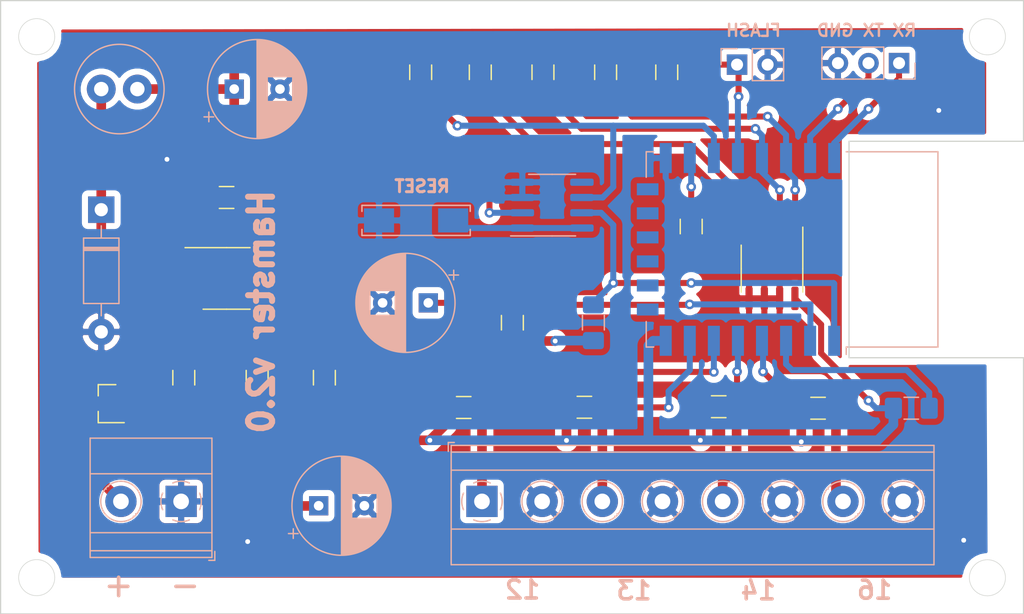
<source format=kicad_pcb>
(kicad_pcb (version 20171130) (host pcbnew 5.1.6)
  (layers (0 F.Cu signal) (31 B.Cu signal) (34 B.Paste user) (35 F.Paste user) (36 B.SilkS user) (37 F.SilkS user) (38 B.Mask user) (39 F.Mask user) (44 Edge.Cuts user))
  (net 0 "")
  (net 1 GND)
  (net 2 "Net-(C1-Pad1)")
  (net 3 "Net-(C2-Pad1)")
  (net 4 +3V3)
  (net 5 "Net-(D1-Pad1)")
  (net 6 "Net-(J1-Pad2)")
  (net 7 "Net-(J2-Pad2)")
  (net 8 "Net-(J2-Pad1)")
  (net 9 "Net-(J3-Pad1)")
  (net 10 "Net-(R1-Pad2)")
  (net 11 "Net-(R2-Pad1)")
  (net 12 "Net-(R4-Pad2)")
  (net 13 "Net-(R5-Pad2)")
  (net 14 "Net-(R7-Pad2)")
  (net 15 "Net-(R8-Pad1)")
  (net 16 "Net-(R9-Pad2)")
  (net 17 "Net-(R10-Pad1)")
  (net 18 "Net-(R11-Pad2)")
  (net 19 "Net-(R12-Pad1)")
  (net 20 "Net-(R13-Pad2)")
  (net 21 "Net-(SW1-Pad2)")
  (net 22 "Net-(U1-Pad5)")
  (net 23 "Net-(U3-Pad14)")
  (net 24 "Net-(U3-Pad13)")
  (net 25 "Net-(U3-Pad12)")
  (net 26 "Net-(U3-Pad11)")
  (net 27 "Net-(U3-Pad10)")
  (net 28 "Net-(U3-Pad9)")
  (net 29 "Net-(J3-Pad3)")
  (net 30 "Net-(J3-Pad5)")
  (net 31 "Net-(J3-Pad7)")
  (module Package_SO:SOIC-8_3.9x4.9mm_P1.27mm (layer F.Cu) (at 174.1 77.29 270)
    (fp_text reference U4)
    (fp_text value LM75B)
    (pad 8 smd roundrect (at 2.475 -1.905 270) (size 1.95 0.6) (layers F.Cu F.Paste F.Mask) (net 4 +3V3))
    (pad 7 smd roundrect (at 2.475 -0.635 270) (size 1.95 0.6) (layers F.Cu F.Paste F.Mask) (net 1 GND))
    (pad 6 smd roundrect (at 2.475 0.635 270) (size 1.95 0.6) (layers F.Cu F.Paste F.Mask) (net 1 GND))
    (pad 5 smd roundrect (at 2.475 1.905 270) (size 1.95 0.6) (layers F.Cu F.Paste F.Mask) (net 1 GND))
    (pad 4 smd roundrect (at -2.475 1.905 270) (size 1.95 0.6) (layers F.Cu F.Paste F.Mask) (net 1 GND))
    (pad 3 smd roundrect (at -2.475 0.635 270) (size 1.95 0.6) (layers F.Cu F.Paste F.Mask) (net 17 "Net-(R10-Pad1)"))
    (pad 2 smd roundrect (at -2.475 -0.635 270) (size 1.95 0.6) (layers F.Cu F.Paste F.Mask) (net 16 "Net-(R9-Pad2)"))
    (pad 1 smd roundrect (at -2.475 -1.905 270) (size 1.95 0.6) (layers F.Cu F.Paste F.Mask) (net 15 "Net-(R8-Pad1)"))
  )
  (module RF_Module:ESP-12E (layer B.Cu) (at 175.768 75.692 90)
    (fp_text reference U3)
    (fp_text value ESP-12F)
    (pad 22 smd rect (at 7.6 3.5 90) (size 2.5 1) (layers B.Cu B.Paste B.Mask) (net 8 "Net-(J2-Pad1)"))
    (pad 21 smd rect (at 7.6 1.5 90) (size 2.5 1) (layers B.Cu B.Paste B.Mask) (net 7 "Net-(J2-Pad2)"))
    (pad 20 smd rect (at 7.6 -0.5 90) (size 2.5 1) (layers B.Cu B.Paste B.Mask) (net 15 "Net-(R8-Pad1)"))
    (pad 19 smd rect (at 7.6 -2.5 90) (size 2.5 1) (layers B.Cu B.Paste B.Mask) (net 16 "Net-(R9-Pad2)"))
    (pad 18 smd rect (at 7.6 -4.5 90) (size 2.5 1) (layers B.Cu B.Paste B.Mask) (net 20 "Net-(R13-Pad2)"))
    (pad 17 smd rect (at 7.6 -6.5 90) (size 2.5 1) (layers B.Cu B.Paste B.Mask) (net 18 "Net-(R11-Pad2)"))
    (pad 16 smd rect (at 7.6 -8.5 90) (size 2.5 1) (layers B.Cu B.Paste B.Mask) (net 19 "Net-(R12-Pad1)"))
    (pad 15 smd rect (at 7.6 -10.5 90) (size 2.5 1) (layers B.Cu B.Paste B.Mask) (net 1 GND))
    (pad 14 smd rect (at 5 -12 90) (size 1 1.8) (layers B.Cu B.Paste B.Mask) (net 23 "Net-(U3-Pad14)"))
    (pad 13 smd rect (at 3 -12 90) (size 1 1.8) (layers B.Cu B.Paste B.Mask) (net 24 "Net-(U3-Pad13)"))
    (pad 12 smd rect (at 1 -12 90) (size 1 1.8) (layers B.Cu B.Paste B.Mask) (net 25 "Net-(U3-Pad12)"))
    (pad 11 smd rect (at -1 -12 90) (size 1 1.8) (layers B.Cu B.Paste B.Mask) (net 26 "Net-(U3-Pad11)"))
    (pad 10 smd rect (at -3 -12 90) (size 1 1.8) (layers B.Cu B.Paste B.Mask) (net 27 "Net-(U3-Pad10)"))
    (pad 9 smd rect (at -5 -12 90) (size 1 1.8) (layers B.Cu B.Paste B.Mask) (net 28 "Net-(U3-Pad9)"))
    (pad 8 smd rect (at -7.6 -10.5 90) (size 2.5 1) (layers B.Cu B.Paste B.Mask) (net 4 +3V3))
    (pad 7 smd rect (at -7.6 -8.5 90) (size 2.5 1) (layers B.Cu B.Paste B.Mask) (net 29 "Net-(J3-Pad3)"))
    (pad 6 smd rect (at -7.6 -6.5 90) (size 2.5 1) (layers B.Cu B.Paste B.Mask) (net 9 "Net-(J3-Pad1)"))
    (pad 5 smd rect (at -7.6 -4.5 90) (size 2.5 1) (layers B.Cu B.Paste B.Mask) (net 30 "Net-(J3-Pad5)"))
    (pad 4 smd rect (at -7.6 -2.5 90) (size 2.5 1) (layers B.Cu B.Paste B.Mask) (net 31 "Net-(J3-Pad7)"))
    (pad 3 smd rect (at -7.6 -0.5 90) (size 2.5 1) (layers B.Cu B.Paste B.Mask) (net 14 "Net-(R7-Pad2)"))
    (pad 2 smd rect (at -7.6 1.5 90) (size 2.5 1) (layers B.Cu B.Paste B.Mask) (net 13 "Net-(R5-Pad2)"))
    (pad 1 smd rect (at -7.6 3.5 90) (size 2.5 1) (layers B.Cu B.Paste B.Mask) (net 12 "Net-(R4-Pad2)"))
  )
  (module Package_SO:SOIC-8_3.9x4.9mm_P1.27mm (layer F.Cu) (at 128.778 78.105)
    (fp_text reference U2)
    (fp_text value MC34063AD)
    (pad 8 smd roundrect (at 2.475 -1.905) (size 1.95 0.6) (layers F.Cu F.Paste F.Mask) (net 10 "Net-(R1-Pad2)"))
    (pad 7 smd roundrect (at 2.475 -0.635) (size 1.95 0.6) (layers F.Cu F.Paste F.Mask) (net 10 "Net-(R1-Pad2)"))
    (pad 6 smd roundrect (at 2.475 0.635) (size 1.95 0.6) (layers F.Cu F.Paste F.Mask) (net 2 "Net-(C1-Pad1)"))
    (pad 5 smd roundrect (at 2.475 1.905) (size 1.95 0.6) (layers F.Cu F.Paste F.Mask) (net 11 "Net-(R2-Pad1)"))
    (pad 4 smd roundrect (at -2.475 1.905) (size 1.95 0.6) (layers F.Cu F.Paste F.Mask) (net 1 GND))
    (pad 3 smd roundrect (at -2.475 0.635) (size 1.95 0.6) (layers F.Cu F.Paste F.Mask) (net 3 "Net-(C2-Pad1)"))
    (pad 2 smd roundrect (at -2.475 -0.635) (size 1.95 0.6) (layers F.Cu F.Paste F.Mask) (net 5 "Net-(D1-Pad1)"))
    (pad 1 smd roundrect (at -2.475 -1.905) (size 1.95 0.6) (layers F.Cu F.Paste F.Mask) (net 10 "Net-(R1-Pad2)"))
  )
  (module Package_SO:SOIC-8_3.9x4.9mm_P1.27mm (layer B.Cu) (at 155.829 72.009)
    (fp_text reference U1)
    (fp_text value ADM706P)
    (pad 8 smd roundrect (at 2.475 1.905) (size 1.95 0.6) (layers B.Cu B.Paste B.Mask) (net 21 "Net-(SW1-Pad2)"))
    (pad 7 smd roundrect (at 2.475 0.635) (size 1.95 0.6) (layers B.Cu B.Paste B.Mask) (net 12 "Net-(R4-Pad2)"))
    (pad 6 smd roundrect (at 2.475 -0.635) (size 1.95 0.6) (layers B.Cu B.Paste B.Mask) (net 18 "Net-(R11-Pad2)"))
    (pad 5 smd roundrect (at 2.475 -1.905) (size 1.95 0.6) (layers B.Cu B.Paste B.Mask) (net 22 "Net-(U1-Pad5)"))
    (pad 4 smd roundrect (at -2.475 -1.905) (size 1.95 0.6) (layers B.Cu B.Paste B.Mask) (net 1 GND))
    (pad 3 smd roundrect (at -2.475 -0.635) (size 1.95 0.6) (layers B.Cu B.Paste B.Mask) (net 1 GND))
    (pad 2 smd roundrect (at -2.475 0.635) (size 1.95 0.6) (layers B.Cu B.Paste B.Mask) (net 4 +3V3))
    (pad 1 smd roundrect (at -2.475 1.905) (size 1.95 0.6) (layers B.Cu B.Paste B.Mask) (net 21 "Net-(SW1-Pad2)"))
  )
  (module Connector_PinHeader_2.54mm:PinHeader_1x02_P2.54mm_Vertical (layer B.Cu) (at 171.196 60.325 270)
    (fp_text reference SW2)
    (fp_text value Flash)
    (pad 2 thru_hole oval (at 0 -2.54 270) (size 1.7 1.7) (drill 1) (layers *.Cu *.Mask) (net 1 GND))
    (pad 1 thru_hole rect (at 0 0 270) (size 1.7 1.7) (drill 1) (layers *.Cu *.Mask) (net 20 "Net-(R13-Pad2)"))
  )
  (module Button_Switch_SMD:SW_SPST_REED_CT05-XXXX-J1 (layer B.Cu) (at 144.526 73.279)
    (fp_text reference SW1)
    (fp_text value Reset)
    (pad 1 smd rect (at -3.08 0) (size 2.5 2) (layers B.Cu B.Paste B.Mask) (net 1 GND))
    (pad 2 smd rect (at 3.08 0) (size 2.5 2) (layers B.Cu B.Paste B.Mask) (net 21 "Net-(SW1-Pad2)"))
  )
  (module Resistor_SMD:R_1206_3216Metric_Pad1.42x1.75mm_HandSolder (layer F.Cu) (at 148.4825 88.84)
    (fp_text reference R17)
    (fp_text value 100k)
    (pad 2 smd roundrect (at 1.4875 0) (size 1.425 1.75) (layers F.Cu F.Paste F.Mask) (roundrect_rratio 0.175439) (net 9 "Net-(J3-Pad1)"))
    (pad 1 smd roundrect (at -1.4875 0) (size 1.425 1.75) (layers F.Cu F.Paste F.Mask) (roundrect_rratio 0.175439) (net 4 +3V3))
  )
  (module Resistor_SMD:R_1206_3216Metric_Pad1.42x1.75mm_HandSolder (layer F.Cu) (at 158.51 88.82)
    (fp_text reference R16)
    (fp_text value 100k)
    (pad 2 smd roundrect (at 1.4875 0) (size 1.425 1.75) (layers F.Cu F.Paste F.Mask) (roundrect_rratio 0.175439) (net 29 "Net-(J3-Pad3)"))
    (pad 1 smd roundrect (at -1.4875 0) (size 1.425 1.75) (layers F.Cu F.Paste F.Mask) (roundrect_rratio 0.175439) (net 4 +3V3))
  )
  (module Resistor_SMD:R_1206_3216Metric_Pad1.42x1.75mm_HandSolder (layer F.Cu) (at 169.672 88.773)
    (fp_text reference R15)
    (fp_text value 100k)
    (pad 2 smd roundrect (at 1.4875 0) (size 1.425 1.75) (layers F.Cu F.Paste F.Mask) (roundrect_rratio 0.175439) (net 30 "Net-(J3-Pad5)"))
    (pad 1 smd roundrect (at -1.4875 0) (size 1.425 1.75) (layers F.Cu F.Paste F.Mask) (roundrect_rratio 0.175439) (net 4 +3V3))
  )
  (module Resistor_SMD:R_1206_3216Metric_Pad1.42x1.75mm_HandSolder (layer F.Cu) (at 177.927 88.9)
    (fp_text reference R14)
    (fp_text value 100k)
    (pad 2 smd roundrect (at 1.4875 0) (size 1.425 1.75) (layers F.Cu F.Paste F.Mask) (roundrect_rratio 0.175439) (net 31 "Net-(J3-Pad7)"))
    (pad 1 smd roundrect (at -1.4875 0) (size 1.425 1.75) (layers F.Cu F.Paste F.Mask) (roundrect_rratio 0.175439) (net 4 +3V3))
  )
  (module Resistor_SMD:R_1206_3216Metric_Pad1.42x1.75mm_HandSolder (layer F.Cu) (at 165.354 60.96 270)
    (fp_text reference R13)
    (fp_text value 10k)
    (pad 2 smd roundrect (at 1.4875 0 270) (size 1.425 1.75) (layers F.Cu F.Paste F.Mask) (roundrect_rratio 0.175439) (net 20 "Net-(R13-Pad2)"))
    (pad 1 smd roundrect (at -1.4875 0 270) (size 1.425 1.75) (layers F.Cu F.Paste F.Mask) (roundrect_rratio 0.175439) (net 4 +3V3))
  )
  (module Resistor_SMD:R_1206_3216Metric_Pad1.42x1.75mm_HandSolder (layer F.Cu) (at 167.386 73.787 270)
    (fp_text reference R12)
    (fp_text value 10k)
    (pad 2 smd roundrect (at 1.4875 0 270) (size 1.425 1.75) (layers F.Cu F.Paste F.Mask) (roundrect_rratio 0.175439) (net 1 GND))
    (pad 1 smd roundrect (at -1.4875 0 270) (size 1.425 1.75) (layers F.Cu F.Paste F.Mask) (roundrect_rratio 0.175439) (net 19 "Net-(R12-Pad1)"))
  )
  (module Resistor_SMD:R_1206_3216Metric_Pad1.42x1.75mm_HandSolder (layer F.Cu) (at 144.907 60.96 270)
    (fp_text reference R11)
    (fp_text value 10k)
    (pad 2 smd roundrect (at 1.4875 0 270) (size 1.425 1.75) (layers F.Cu F.Paste F.Mask) (roundrect_rratio 0.175439) (net 18 "Net-(R11-Pad2)"))
    (pad 1 smd roundrect (at -1.4875 0 270) (size 1.425 1.75) (layers F.Cu F.Paste F.Mask) (roundrect_rratio 0.175439) (net 4 +3V3))
  )
  (module Resistor_SMD:R_1206_3216Metric_Pad1.42x1.75mm_HandSolder (layer F.Cu) (at 149.86 60.96 90)
    (fp_text reference R10)
    (fp_text value 10k)
    (pad 2 smd roundrect (at 1.4875 0 90) (size 1.425 1.75) (layers F.Cu F.Paste F.Mask) (roundrect_rratio 0.175439) (net 4 +3V3))
    (pad 1 smd roundrect (at -1.4875 0 90) (size 1.425 1.75) (layers F.Cu F.Paste F.Mask) (roundrect_rratio 0.175439) (net 17 "Net-(R10-Pad1)"))
  )
  (module Resistor_SMD:R_1206_3216Metric_Pad1.42x1.75mm_HandSolder (layer F.Cu) (at 155.067 60.96 270)
    (fp_text reference R9)
    (fp_text value 10k)
    (pad 2 smd roundrect (at 1.4875 0 270) (size 1.425 1.75) (layers F.Cu F.Paste F.Mask) (roundrect_rratio 0.175439) (net 16 "Net-(R9-Pad2)"))
    (pad 1 smd roundrect (at -1.4875 0 270) (size 1.425 1.75) (layers F.Cu F.Paste F.Mask) (roundrect_rratio 0.175439) (net 4 +3V3))
  )
  (module Resistor_SMD:R_1206_3216Metric_Pad1.42x1.75mm_HandSolder (layer F.Cu) (at 160.274 60.96 90)
    (fp_text reference R8)
    (fp_text value 10k)
    (pad 2 smd roundrect (at 1.4875 0 90) (size 1.425 1.75) (layers F.Cu F.Paste F.Mask) (roundrect_rratio 0.175439) (net 4 +3V3))
    (pad 1 smd roundrect (at -1.4875 0 90) (size 1.425 1.75) (layers F.Cu F.Paste F.Mask) (roundrect_rratio 0.175439) (net 15 "Net-(R8-Pad1)"))
  )
  (module Resistor_SMD:R_1206_3216Metric_Pad1.42x1.75mm_HandSolder (layer B.Cu) (at 185.674 88.9)
    (fp_text reference R7)
    (fp_text value 10k)
    (pad 2 smd roundrect (at 1.4875 0) (size 1.425 1.75) (layers B.Cu B.Paste B.Mask) (roundrect_rratio 0.175439) (net 14 "Net-(R7-Pad2)"))
    (pad 1 smd roundrect (at -1.4875 0) (size 1.425 1.75) (layers B.Cu B.Paste B.Mask) (roundrect_rratio 0.175439) (net 4 +3V3))
  )
  (module Capacitor_THT:CP_Radial_D8.0mm_P3.80mm (layer B.Cu) (at 145.542 80.137 180)
    (fp_text reference R6)
    (fp_text value photo)
    (pad 2 thru_hole circle (at 3.8 0 180) (size 1.6 1.6) (drill 0.8) (layers *.Cu *.Mask) (net 1 GND))
    (pad 1 thru_hole rect (at 0 0 180) (size 1.6 1.6) (drill 0.8) (layers *.Cu *.Mask) (net 13 "Net-(R5-Pad2)"))
  )
  (module Resistor_SMD:R_1206_3216Metric_Pad1.42x1.75mm_HandSolder (layer F.Cu) (at 152.527 81.788 90)
    (fp_text reference R5)
    (fp_text value 10k)
    (pad 2 smd roundrect (at 1.4875 0 90) (size 1.425 1.75) (layers F.Cu F.Paste F.Mask) (roundrect_rratio 0.175439) (net 13 "Net-(R5-Pad2)"))
    (pad 1 smd roundrect (at -1.4875 0 90) (size 1.425 1.75) (layers F.Cu F.Paste F.Mask) (roundrect_rratio 0.175439) (net 4 +3V3))
  )
  (module Resistor_SMD:R_1206_3216Metric_Pad1.42x1.75mm_HandSolder (layer B.Cu) (at 159.258 81.788 90)
    (fp_text reference R4)
    (fp_text value 10k)
    (pad 2 smd roundrect (at 1.4875 0 90) (size 1.425 1.75) (layers B.Cu B.Paste B.Mask) (roundrect_rratio 0.175439) (net 12 "Net-(R4-Pad2)"))
    (pad 1 smd roundrect (at -1.4875 0 90) (size 1.425 1.75) (layers B.Cu B.Paste B.Mask) (roundrect_rratio 0.175439) (net 4 +3V3))
  )
  (module Resistor_SMD:R_1206_3216Metric_Pad1.42x1.75mm_HandSolder (layer F.Cu) (at 136.906 86.36 270)
    (fp_text reference R3)
    (fp_text value 18k)
    (pad 2 smd roundrect (at 1.4875 0 270) (size 1.425 1.75) (layers F.Cu F.Paste F.Mask) (roundrect_rratio 0.175439) (net 11 "Net-(R2-Pad1)"))
    (pad 1 smd roundrect (at -1.4875 0 270) (size 1.425 1.75) (layers F.Cu F.Paste F.Mask) (roundrect_rratio 0.175439) (net 4 +3V3))
  )
  (module Resistor_SMD:R_1206_3216Metric_Pad1.42x1.75mm_HandSolder (layer F.Cu) (at 131.318 86.36 270)
    (fp_text reference R2)
    (fp_text value 11k)
    (pad 2 smd roundrect (at 1.4875 0 270) (size 1.425 1.75) (layers F.Cu F.Paste F.Mask) (roundrect_rratio 0.175439) (net 1 GND))
    (pad 1 smd roundrect (at -1.4875 0 270) (size 1.425 1.75) (layers F.Cu F.Paste F.Mask) (roundrect_rratio 0.175439) (net 11 "Net-(R2-Pad1)"))
  )
  (module Resistor_SMD:R_1206_3216Metric_Pad1.42x1.75mm_HandSolder (layer F.Cu) (at 128.778 71.374 180)
    (fp_text reference R1)
    (fp_text value 0.22)
    (pad 2 smd roundrect (at 1.4875 0 180) (size 1.425 1.75) (layers F.Cu F.Paste F.Mask) (roundrect_rratio 0.175439) (net 10 "Net-(R1-Pad2)"))
    (pad 1 smd roundrect (at -1.4875 0 180) (size 1.425 1.75) (layers F.Cu F.Paste F.Mask) (roundrect_rratio 0.175439) (net 2 "Net-(C1-Pad1)"))
  )
  (module Package_TO_SOT_SMD:SOT-23 (layer F.Cu) (at 118.872 88.519 180)
    (fp_text reference Q1)
    (fp_text value IRLML5203)
    (pad 3 smd rect (at 1 0 180) (size 0.9 0.8) (layers F.Cu F.Paste F.Mask) (net 6 "Net-(J1-Pad2)"))
    (pad 2 smd rect (at -1 0.95 180) (size 0.9 0.8) (layers F.Cu F.Paste F.Mask) (net 2 "Net-(C1-Pad1)"))
    (pad 1 smd rect (at -1 -0.95 180) (size 0.9 0.8) (layers F.Cu F.Paste F.Mask) (net 1 GND))
  )
  (module Inductor_THT:L_Radial_D7.2mm_P3.00mm_MuRATA_1700 (layer B.Cu) (at 118.364 62.357)
    (fp_text reference L1)
    (fp_text value 220uH)
    (pad 2 thru_hole circle (at 3 0) (size 2.4 2.4) (drill 1.2) (layers *.Cu *.Mask) (net 4 +3V3))
    (pad 1 thru_hole circle (at 0 0) (size 2.4 2.4) (drill 1.2) (layers *.Cu *.Mask) (net 5 "Net-(D1-Pad1)"))
  )
  (module Connector_PinHeader_2.54mm:PinHeader_1x03_P2.54mm_Vertical (layer B.Cu) (at 184.658 60.198 90)
    (fp_text reference J2)
    (fp_text value UART)
    (pad 3 thru_hole oval (at 0 -5.08 90) (size 1.7 1.7) (drill 1) (layers *.Cu *.Mask) (net 1 GND))
    (pad 2 thru_hole oval (at 0 -2.54 90) (size 1.7 1.7) (drill 1) (layers *.Cu *.Mask) (net 7 "Net-(J2-Pad2)"))
    (pad 1 thru_hole rect (at 0 0 90) (size 1.7 1.7) (drill 1) (layers *.Cu *.Mask) (net 8 "Net-(J2-Pad1)"))
  )
  (module Diode_THT:D_DO-41_SOD81_P10.16mm_Horizontal (layer B.Cu) (at 118.364 72.39 270)
    (fp_text reference D1)
    (fp_text value 1N5818)
    (pad 2 thru_hole oval (at 10.16 0 270) (size 2.2 2.2) (drill 1.1) (layers *.Cu *.Mask) (net 1 GND))
    (pad 1 thru_hole rect (at 0 0 270) (size 2.2 2.2) (drill 1.1) (layers *.Cu *.Mask) (net 5 "Net-(D1-Pad1)"))
  )
  (module Capacitor_THT:CP_Radial_D8.0mm_P3.80mm (layer B.Cu) (at 129.413 62.357)
    (fp_text reference C3)
    (fp_text value 100uF)
    (pad 2 thru_hole circle (at 3.8 0) (size 1.6 1.6) (drill 0.8) (layers *.Cu *.Mask) (net 1 GND))
    (pad 1 thru_hole rect (at 0 0) (size 1.6 1.6) (drill 0.8) (layers *.Cu *.Mask) (net 4 +3V3))
  )
  (module Capacitor_SMD:C_1206_3216Metric_Pad1.42x1.75mm_HandSolder (layer F.Cu) (at 125.222 86.36 270)
    (fp_text reference C2)
    (fp_text value 470pF)
    (pad 2 smd roundrect (at 1.4875 0 270) (size 1.425 1.75) (layers F.Cu F.Paste F.Mask) (roundrect_rratio 0.175439) (net 1 GND))
    (pad 1 smd roundrect (at -1.4875 0 270) (size 1.425 1.75) (layers F.Cu F.Paste F.Mask) (roundrect_rratio 0.175439) (net 3 "Net-(C2-Pad1)"))
  )
  (module Capacitor_THT:CP_Radial_D8.0mm_P3.80mm (layer B.Cu) (at 136.43 97.01)
    (fp_text reference C1)
    (fp_text value 220uF)
    (pad 2 thru_hole circle (at 3.8 0) (size 1.6 1.6) (drill 0.8) (layers *.Cu *.Mask) (net 1 GND))
    (pad 1 thru_hole rect (at 0 0) (size 1.6 1.6) (drill 0.8) (layers *.Cu *.Mask) (net 2 "Net-(C1-Pad1)"))
  )
  (module TerminalBlock_Phoenix:TerminalBlock_Phoenix_MKDS-1,5-2_1x02_P5.00mm_Horizontal (layer B.Cu) (at 125 96.65 180)
    (fp_text reference J1)
    (fp_text value "Power Supply")
    (pad 1 thru_hole rect (at 0 0 180) (size 2.6 2.6) (drill 1.3) (layers *.Cu *.Mask) (net 1 GND))
    (pad 2 thru_hole circle (at 5 0 180) (size 2.6 2.6) (drill 1.3) (layers *.Cu *.Mask) (net 6 "Net-(J1-Pad2)"))
  )
  (module TerminalBlock_Phoenix:TerminalBlock_Phoenix_MKDS-1,5-8_1x08_P5.00mm_Horizontal (layer B.Cu) (at 150 96.65)
    (fp_text reference J3)
    (fp_text value Screw_Terminal_01x08)
    (pad 1 thru_hole rect (at 0 0) (size 2.6 2.6) (drill 1.3) (layers *.Cu *.Mask) (net 9 "Net-(J3-Pad1)"))
    (pad 2 thru_hole circle (at 5 0) (size 2.6 2.6) (drill 1.3) (layers *.Cu *.Mask) (net 1 GND))
    (pad 3 thru_hole circle (at 10 0) (size 2.6 2.6) (drill 1.3) (layers *.Cu *.Mask) (net 29 "Net-(J3-Pad3)"))
    (pad 4 thru_hole circle (at 15 0) (size 2.6 2.6) (drill 1.3) (layers *.Cu *.Mask) (net 1 GND))
    (pad 5 thru_hole circle (at 20 0) (size 2.6 2.6) (drill 1.3) (layers *.Cu *.Mask) (net 30 "Net-(J3-Pad5)"))
    (pad 6 thru_hole circle (at 25 0) (size 2.6 2.6) (drill 1.3) (layers *.Cu *.Mask) (net 1 GND))
    (pad 7 thru_hole circle (at 30 0) (size 2.6 2.6) (drill 1.3) (layers *.Cu *.Mask) (net 31 "Net-(J3-Pad7)"))
    (pad 8 thru_hole circle (at 35 0) (size 2.6 2.6) (drill 1.3) (layers *.Cu *.Mask) (net 1 GND))
  )
  (gr_text 16 (at 182.62 104.02) (layer B.SilkS) (effects (font (size 1.5 1.5) (thickness 0.3)) (justify mirror)))
  (gr_text 14 (at 172.96 104.07) (layer B.SilkS) (effects (font (size 1.5 1.5) (thickness 0.3)) (justify mirror)))
  (gr_text 13 (at 162.63 104.07) (layer B.SilkS) (effects (font (size 1.5 1.5) (thickness 0.3)) (justify mirror)))
  (gr_text 12 (at 153.37 104) (layer B.SilkS) (effects (font (size 1.5 1.5) (thickness 0.3)) (justify mirror)))
  (gr_text RESET (at 145.03 70.44) (layer B.SilkS) (effects (font (size 1 1) (thickness 0.25)) (justify mirror)))
  (gr_text "RX TX GND" (at 181.96 57.48) (layer B.SilkS) (effects (font (size 1 1) (thickness 0.2)) (justify mirror)))
  (gr_text FLASH (at 172.56 57.48) (layer B.SilkS) (effects (font (size 1 1) (thickness 0.2)) (justify mirror)))
  (gr_text "-  +" (at 122.57 103.57) (layer B.SilkS) (effects (font (size 2 2) (thickness 0.3)) (justify mirror)))
  (gr_text "Hamster v2.0" (at 131.66 80.88 90) (layer B.SilkS) (effects (font (size 2 2) (thickness 0.5)) (justify mirror)))
  (gr_line (start 195 55) (end 195 66.7) (layer Edge.Cuts) (width 0.1))
  (gr_line (start 195 106) (end 195 84.7) (layer Edge.Cuts) (width 0.1))
  (gr_line (start 180.5 84.7) (end 195 84.7) (layer Edge.Cuts) (width 0.1))
  (gr_line (start 180.5 66.7) (end 180.5 84.7) (layer Edge.Cuts) (width 0.1))
  (gr_line (start 195 66.7) (end 180.5 66.7) (layer Edge.Cuts) (width 0.1))
  (gr_line (start 110 55) (end 195 55) (layer Edge.Cuts) (width 0.1))
  (gr_line (start 110 106) (end 110 55) (layer Edge.Cuts) (width 0.1))
  (gr_line (start 195 106) (end 110 106) (layer Edge.Cuts) (width 0.1))
  (gr_circle (center 113 102.99) (end 114.5 102.99) (layer Edge.Cuts) (width 0.05))
  (gr_circle (center 192 103) (end 193.5 103) (layer Edge.Cuts) (width 0.05))
  (gr_circle (center 192 58.01) (end 193.5 58.01) (layer Edge.Cuts) (width 0.05))
  (gr_circle (center 113 58) (end 114.5 58) (layer Edge.Cuts) (width 0.05))
  (via (at 123.825 68.199) (size 0.8) (drill 0.4) (layers F.Cu B.Cu) (net 1))
  (via (at 130.53 99.99) (size 0.8) (drill 0.4) (layers F.Cu B.Cu) (net 1))
  (via (at 190.03 99.88) (size 0.8) (drill 0.4) (layers F.Cu B.Cu) (net 1))
  (via (at 187.96 64.135) (size 0.8) (drill 0.4) (layers F.Cu B.Cu) (net 1))
  (segment (start 130.556 97.028) (end 132.08 97.028) (width 0.8) (layer F.Cu) (net 2))
  (segment (start 119.872 87.569) (end 121.097 87.569) (width 0.8) (layer F.Cu) (net 2))
  (segment (start 132.334 71.374) (end 130.2655 71.374) (width 0.8) (layer F.Cu) (net 2))
  (segment (start 133.985 73.025) (end 132.334 71.374) (width 0.8) (layer F.Cu) (net 2))
  (segment (start 133.985 78.74) (end 133.985 73.025) (width 0.8) (layer F.Cu) (net 2))
  (segment (start 131.253 78.74) (end 133.985 78.74) (width 0.8) (layer F.Cu) (net 2))
  (segment (start 128.651 95.123) (end 130.556 97.028) (width 0.8) (layer F.Cu) (net 2))
  (segment (start 121.097 87.569) (end 128.651 95.123) (width 0.8) (layer F.Cu) (net 2))
  (segment (start 128.651 83.693) (end 128.651 95.123) (width 0.8) (layer F.Cu) (net 2))
  (segment (start 128.651 79.6925) (end 128.651 83.693) (width 0.8) (layer F.Cu) (net 2))
  (segment (start 129.6035 78.74) (end 128.651 79.6925) (width 0.8) (layer F.Cu) (net 2))
  (segment (start 131.253 78.74) (end 129.6035 78.74) (width 0.8) (layer F.Cu) (net 2))
  (segment (start 136.412 97.028) (end 136.43 97.01) (width 0.5) (layer F.Cu) (net 2))
  (segment (start 132.08 97.028) (end 136.412 97.028) (width 0.8) (layer F.Cu) (net 2))
  (segment (start 122.555 83.947) (end 123.4805 84.8725) (width 0.5) (layer F.Cu) (net 3))
  (segment (start 122.555 79.629) (end 122.555 83.947) (width 0.5) (layer F.Cu) (net 3))
  (segment (start 123.4805 84.8725) (end 125.222 84.8725) (width 0.5) (layer F.Cu) (net 3))
  (segment (start 123.444 78.74) (end 122.555 79.629) (width 0.5) (layer F.Cu) (net 3))
  (segment (start 126.303 78.74) (end 123.444 78.74) (width 0.5) (layer F.Cu) (net 3))
  (segment (start 121.364 62.357) (end 129.413 62.357) (width 0.8) (layer F.Cu) (net 4))
  (via (at 168.148 91.567) (size 0.8) (drill 0.4) (layers F.Cu B.Cu) (net 4))
  (segment (start 168.1845 91.5305) (end 168.148 91.567) (width 0.5) (layer F.Cu) (net 4))
  (segment (start 168.1845 88.773) (end 168.1845 91.5305) (width 0.8) (layer F.Cu) (net 4))
  (segment (start 165.227 91.567) (end 168.148 91.567) (width 0.8) (layer B.Cu) (net 4))
  (segment (start 163.83 91.44) (end 163.703 91.567) (width 0.5) (layer B.Cu) (net 4))
  (segment (start 163.703 91.567) (end 165.227 91.567) (width 0.8) (layer B.Cu) (net 4))
  (segment (start 157.734 91.567) (end 163.703 91.567) (width 0.8) (layer B.Cu) (net 4))
  (segment (start 136.906 84.8725) (end 138.8475 84.8725) (width 0.8) (layer F.Cu) (net 4))
  (segment (start 184.1865 90.2605) (end 184.1865 88.9) (width 0.8) (layer B.Cu) (net 4))
  (segment (start 182.88 91.567) (end 184.1865 90.2605) (width 0.8) (layer B.Cu) (net 4))
  (segment (start 168.148 91.567) (end 176.403 91.567) (width 0.8) (layer B.Cu) (net 4))
  (segment (start 176.403 91.567) (end 182.88 91.567) (width 0.8) (layer B.Cu) (net 4))
  (via (at 176.53 91.694) (size 0.8) (drill 0.4) (layers F.Cu B.Cu) (net 4))
  (segment (start 176.53 91.694) (end 176.53 88.9905) (width 0.8) (layer F.Cu) (net 4))
  (segment (start 176.403 91.567) (end 176.53 91.694) (width 0.8) (layer B.Cu) (net 4))
  (segment (start 176.53 88.9905) (end 176.4395 88.9) (width 0.8) (layer F.Cu) (net 4))
  (segment (start 129.413 62.357) (end 129.413 60.452) (width 0.8) (layer F.Cu) (net 4))
  (segment (start 129.413 60.452) (end 130.3925 59.4725) (width 0.8) (layer F.Cu) (net 4))
  (segment (start 144.907 59.4725) (end 149.86 59.4725) (width 0.8) (layer F.Cu) (net 4))
  (segment (start 149.86 59.4725) (end 155.067 59.4725) (width 0.8) (layer F.Cu) (net 4))
  (segment (start 155.067 59.4725) (end 160.274 59.4725) (width 0.8) (layer F.Cu) (net 4))
  (segment (start 160.274 59.4725) (end 165.354 59.4725) (width 0.8) (layer F.Cu) (net 4))
  (via (at 150.622 72.644) (size 0.8) (drill 0.4) (layers F.Cu B.Cu) (net 4))
  (segment (start 153.354 72.644) (end 150.622 72.644) (width 0.5) (layer B.Cu) (net 4))
  (segment (start 140.8065 59.4725) (end 144.907 59.4725) (width 0.8) (layer F.Cu) (net 4))
  (segment (start 130.3925 59.4725) (end 140.8065 59.4725) (width 0.8) (layer F.Cu) (net 4))
  (via (at 156.083 83.312) (size 0.8) (drill 0.4) (layers F.Cu B.Cu) (net 4))
  (segment (start 156.1195 83.2755) (end 156.083 83.312) (width 0.8) (layer B.Cu) (net 4))
  (segment (start 159.258 83.2755) (end 156.1195 83.2755) (width 0.8) (layer B.Cu) (net 4))
  (segment (start 152.5635 83.312) (end 152.527 83.2755) (width 0.8) (layer F.Cu) (net 4))
  (segment (start 156.083 83.312) (end 152.5635 83.312) (width 0.8) (layer F.Cu) (net 4))
  (via (at 145.669 91.567004) (size 0.8) (drill 0.4) (layers F.Cu B.Cu) (net 4))
  (segment (start 157.734 91.567) (end 145.669004 91.567) (width 0.8) (layer B.Cu) (net 4))
  (segment (start 145.669004 91.567) (end 145.669 91.567004) (width 0.8) (layer B.Cu) (net 4))
  (segment (start 148.1725 84.8725) (end 149.7695 83.2755) (width 0.8) (layer F.Cu) (net 4))
  (segment (start 138.8475 84.8725) (end 148.1725 84.8725) (width 0.8) (layer F.Cu) (net 4))
  (segment (start 152.527 83.2755) (end 149.7695 83.2755) (width 0.8) (layer F.Cu) (net 4))
  (segment (start 142.748004 91.567004) (end 145.669 91.567004) (width 0.8) (layer F.Cu) (net 4))
  (segment (start 140.843 89.662) (end 142.748004 91.567004) (width 0.8) (layer F.Cu) (net 4))
  (segment (start 140.843 84.8725) (end 140.843 89.662) (width 0.8) (layer F.Cu) (net 4))
  (segment (start 138.8475 84.8725) (end 140.843 84.8725) (width 0.8) (layer F.Cu) (net 4))
  (via (at 182.117998 88.265) (size 0.8) (drill 0.4) (layers F.Cu B.Cu) (net 4))
  (segment (start 184.1865 88.9) (end 182.752998 88.9) (width 0.5) (layer B.Cu) (net 4))
  (segment (start 182.752998 88.9) (end 182.117998 88.265) (width 0.5) (layer B.Cu) (net 4))
  (segment (start 163.83 83.693) (end 163.83 91.44) (width 0.8) (layer B.Cu) (net 4))
  (segment (start 164.231 83.292) (end 163.83 83.693) (width 0.8) (layer B.Cu) (net 4))
  (segment (start 165.268 83.292) (end 164.231 83.292) (width 0.8) (layer B.Cu) (net 4))
  (segment (start 129.413 64.135) (end 129.413 62.357) (width 0.8) (layer F.Cu) (net 4))
  (segment (start 136.906 71.628) (end 129.413 64.135) (width 0.8) (layer F.Cu) (net 4))
  (segment (start 136.906 84.8725) (end 136.906 71.628) (width 0.8) (layer F.Cu) (net 4))
  (segment (start 140.8065 68.5435) (end 140.8065 59.4725) (width 0.5) (layer F.Cu) (net 4))
  (segment (start 142.367 70.104) (end 140.8065 68.5435) (width 0.5) (layer F.Cu) (net 4))
  (segment (start 149.225 70.104) (end 142.367 70.104) (width 0.5) (layer F.Cu) (net 4))
  (segment (start 150.622 71.501) (end 149.225 70.104) (width 0.5) (layer F.Cu) (net 4))
  (segment (start 150.622 72.644) (end 150.622 71.501) (width 0.5) (layer F.Cu) (net 4))
  (segment (start 146.995 90.241004) (end 145.669 91.567004) (width 0.8) (layer F.Cu) (net 4))
  (segment (start 146.995 88.84) (end 146.995 90.241004) (width 0.8) (layer F.Cu) (net 4))
  (segment (start 157.0225 88.82) (end 157.0225 91.5775) (width 0.8) (layer F.Cu) (net 4))
  (via (at 157.0225 91.5775) (size 0.8) (drill 0.4) (layers F.Cu B.Cu) (net 4))
  (segment (start 178.181 84.328002) (end 182.117998 88.265) (width 0.5) (layer F.Cu) (net 4))
  (segment (start 178.181 81.941) (end 178.181 84.328002) (width 0.5) (layer F.Cu) (net 4))
  (segment (start 176.005 79.765) (end 178.181 81.941) (width 0.5) (layer F.Cu) (net 4))
  (segment (start 118.364 72.39) (end 118.364 62.357) (width 0.8) (layer F.Cu) (net 5))
  (segment (start 118.364 74.168) (end 118.364 72.39) (width 0.8) (layer F.Cu) (net 5))
  (segment (start 121.666 77.47) (end 118.364 74.168) (width 0.8) (layer F.Cu) (net 5))
  (segment (start 126.303 77.47) (end 121.666 77.47) (width 0.8) (layer F.Cu) (net 5))
  (segment (start 117.872 94.522) (end 117.872 88.519) (width 0.8) (layer F.Cu) (net 6))
  (segment (start 120 96.65) (end 117.872 94.522) (width 0.8) (layer F.Cu) (net 6))
  (via (at 179.578 64.008) (size 0.8) (drill 0.4) (layers F.Cu B.Cu) (net 7))
  (segment (start 182.118 61.468) (end 182.118 60.198) (width 0.5) (layer F.Cu) (net 7))
  (segment (start 179.578 64.008) (end 182.118 61.468) (width 0.5) (layer F.Cu) (net 7))
  (segment (start 177.268 68.092) (end 177.268 66.318) (width 0.5) (layer B.Cu) (net 7))
  (segment (start 177.268 66.318) (end 179.578 64.008) (width 0.5) (layer B.Cu) (net 7))
  (via (at 182.118 64.008) (size 0.8) (drill 0.4) (layers F.Cu B.Cu) (net 8))
  (segment (start 184.658 61.468) (end 182.118 64.008) (width 0.5) (layer F.Cu) (net 8))
  (segment (start 184.658 60.198) (end 184.658 61.468) (width 0.5) (layer F.Cu) (net 8))
  (segment (start 182.118 64.008) (end 179.268 66.858) (width 0.5) (layer B.Cu) (net 8))
  (segment (start 179.268 66.858) (end 179.268 68.092) (width 0.5) (layer B.Cu) (net 8))
  (segment (start 150 88.87) (end 149.97 88.84) (width 0.8) (layer F.Cu) (net 9))
  (segment (start 150 96.65) (end 150 88.87) (width 0.8) (layer F.Cu) (net 9))
  (segment (start 169.268 83.292) (end 169.268 85.882) (width 0.5) (layer B.Cu) (net 9))
  (via (at 169.268 85.882) (size 0.8) (drill 0.4) (layers F.Cu B.Cu) (net 9))
  (segment (start 152.928 85.882) (end 169.268 85.882) (width 0.5) (layer F.Cu) (net 9))
  (segment (start 149.97 88.84) (end 152.928 85.882) (width 0.5) (layer F.Cu) (net 9))
  (segment (start 126.303 76.2) (end 131.253 76.2) (width 0.5) (layer F.Cu) (net 10))
  (segment (start 131.253 76.2) (end 131.253 77.47) (width 0.5) (layer F.Cu) (net 10))
  (segment (start 126.303 72.3615) (end 127.2905 71.374) (width 0.8) (layer F.Cu) (net 10))
  (segment (start 126.303 76.2) (end 126.303 72.3615) (width 0.8) (layer F.Cu) (net 10))
  (segment (start 131.253 84.8075) (end 131.318 84.8725) (width 0.5) (layer F.Cu) (net 11))
  (segment (start 131.253 80.01) (end 131.253 84.8075) (width 0.5) (layer F.Cu) (net 11))
  (segment (start 132.6245 84.8725) (end 135.5995 87.8475) (width 0.5) (layer F.Cu) (net 11))
  (segment (start 135.5995 87.8475) (end 136.906 87.8475) (width 0.5) (layer F.Cu) (net 11))
  (segment (start 131.318 84.8725) (end 132.6245 84.8725) (width 0.5) (layer F.Cu) (net 11))
  (segment (start 179.268 83.292) (end 179.268 78.542) (width 0.5) (layer B.Cu) (net 12))
  (via (at 167.386 78.486) (size 0.8) (drill 0.4) (layers F.Cu B.Cu) (net 12))
  (segment (start 179.212 78.486) (end 167.386 78.486) (width 0.5) (layer B.Cu) (net 12))
  (segment (start 179.268 78.542) (end 179.212 78.486) (width 0.5) (layer B.Cu) (net 12))
  (via (at 160.909001 78.486) (size 0.8) (drill 0.4) (layers F.Cu B.Cu) (net 12))
  (segment (start 167.386 78.486) (end 160.909001 78.486) (width 0.5) (layer F.Cu) (net 12))
  (segment (start 159.258 80.3005) (end 159.258 80.137001) (width 0.5) (layer B.Cu) (net 12))
  (segment (start 159.258 80.137001) (end 160.909001 78.486) (width 0.5) (layer B.Cu) (net 12))
  (segment (start 158.304 72.644) (end 159.893 72.644) (width 0.5) (layer B.Cu) (net 12))
  (segment (start 159.893 72.644) (end 160.909001 73.660001) (width 0.5) (layer B.Cu) (net 12))
  (segment (start 160.909001 73.660001) (end 160.909001 78.486) (width 0.5) (layer B.Cu) (net 12))
  (segment (start 152.3635 80.137) (end 152.527 80.3005) (width 0.5) (layer F.Cu) (net 13))
  (segment (start 145.542 80.137) (end 152.3635 80.137) (width 0.5) (layer F.Cu) (net 13))
  (via (at 167.259 80.264) (size 0.8) (drill 0.4) (layers F.Cu B.Cu) (net 13))
  (segment (start 167.2225 80.3005) (end 167.259 80.264) (width 0.5) (layer F.Cu) (net 13))
  (segment (start 152.527 80.3005) (end 167.2225 80.3005) (width 0.5) (layer F.Cu) (net 13))
  (segment (start 167.259 80.264) (end 177.292 80.264) (width 0.5) (layer B.Cu) (net 13))
  (segment (start 177.292 83.268) (end 177.268 83.292) (width 0.5) (layer B.Cu) (net 13))
  (segment (start 177.292 80.264) (end 177.292 83.268) (width 0.5) (layer B.Cu) (net 13))
  (segment (start 175.268 85.225) (end 175.268 83.292) (width 0.5) (layer B.Cu) (net 14))
  (segment (start 175.768 85.725) (end 175.268 85.225) (width 0.5) (layer B.Cu) (net 14))
  (segment (start 185.293 85.725) (end 175.768 85.725) (width 0.5) (layer B.Cu) (net 14))
  (segment (start 187.1615 87.5935) (end 185.293 85.725) (width 0.5) (layer B.Cu) (net 14))
  (segment (start 187.1615 88.9) (end 187.1615 87.5935) (width 0.5) (layer B.Cu) (net 14))
  (via (at 176.022 70.739) (size 0.8) (drill 0.4) (layers F.Cu B.Cu) (net 15))
  (segment (start 175.268 68.092) (end 175.268 66.175) (width 0.5) (layer B.Cu) (net 15))
  (via (at 173.736 64.643) (size 0.8) (drill 0.4) (layers F.Cu B.Cu) (net 15))
  (segment (start 175.268 66.175) (end 173.736 64.643) (width 0.5) (layer B.Cu) (net 15))
  (segment (start 162.4695 64.643) (end 160.274 62.4475) (width 0.5) (layer F.Cu) (net 15))
  (segment (start 173.736 64.643) (end 162.4695 64.643) (width 0.5) (layer F.Cu) (net 15))
  (segment (start 175.268 69.096) (end 175.268 68.092) (width 0.5) (layer B.Cu) (net 15))
  (segment (start 176.022 69.85) (end 175.268 69.096) (width 0.5) (layer B.Cu) (net 15))
  (segment (start 176.022 70.739) (end 176.022 69.85) (width 0.5) (layer B.Cu) (net 15))
  (segment (start 176.022 74.798) (end 176.022 70.739) (width 0.5) (layer F.Cu) (net 15))
  (segment (start 176.005 74.815) (end 176.022 74.798) (width 0.5) (layer F.Cu) (net 15))
  (via (at 174.752 70.739) (size 0.8) (drill 0.4) (layers F.Cu B.Cu) (net 16))
  (segment (start 173.268 68.092) (end 173.268 66.207) (width 0.5) (layer B.Cu) (net 16))
  (via (at 172.72 65.659) (size 0.8) (drill 0.4) (layers F.Cu B.Cu) (net 16))
  (segment (start 173.268 66.207) (end 172.72 65.659) (width 0.5) (layer B.Cu) (net 16))
  (segment (start 158.2785 65.659) (end 155.067 62.4475) (width 0.5) (layer F.Cu) (net 16))
  (segment (start 172.72 65.659) (end 158.2785 65.659) (width 0.5) (layer F.Cu) (net 16))
  (segment (start 173.268 69.255) (end 173.268 68.092) (width 0.5) (layer B.Cu) (net 16))
  (segment (start 174.752 70.739) (end 173.268 69.255) (width 0.5) (layer B.Cu) (net 16))
  (segment (start 174.752 74.798) (end 174.752 70.739) (width 0.5) (layer F.Cu) (net 16))
  (segment (start 174.735 74.815) (end 174.752 74.798) (width 0.5) (layer F.Cu) (net 16))
  (segment (start 154.3415 66.929) (end 149.86 62.4475) (width 0.5) (layer F.Cu) (net 17))
  (segment (start 167.299 66.929) (end 154.3415 66.929) (width 0.5) (layer F.Cu) (net 17))
  (segment (start 173.465 73.095) (end 167.299 66.929) (width 0.5) (layer F.Cu) (net 17))
  (segment (start 173.465 74.815) (end 173.465 73.095) (width 0.5) (layer F.Cu) (net 17))
  (segment (start 169.268 68.092) (end 169.268 66.271) (width 0.5) (layer B.Cu) (net 18))
  (segment (start 169.268 66.271) (end 168.402 65.405) (width 0.5) (layer B.Cu) (net 18))
  (via (at 147.955 65.405) (size 0.8) (drill 0.4) (layers F.Cu B.Cu) (net 18))
  (segment (start 144.9975 62.4475) (end 147.955 65.405) (width 0.5) (layer F.Cu) (net 18))
  (segment (start 144.907 62.4475) (end 144.9975 62.4475) (width 0.5) (layer F.Cu) (net 18))
  (segment (start 160.909 65.405) (end 147.955 65.405) (width 0.5) (layer B.Cu) (net 18))
  (segment (start 168.402 65.405) (end 160.909 65.405) (width 0.5) (layer B.Cu) (net 18))
  (segment (start 160.909 70.4955) (end 160.909 65.405) (width 0.5) (layer B.Cu) (net 18))
  (segment (start 160.0305 71.374) (end 160.909 70.4955) (width 0.5) (layer B.Cu) (net 18))
  (segment (start 158.304 71.374) (end 160.0305 71.374) (width 0.5) (layer B.Cu) (net 18))
  (via (at 167.386 70.485) (size 0.8) (drill 0.4) (layers F.Cu B.Cu) (net 19))
  (segment (start 167.386 72.2995) (end 167.386 70.485) (width 0.5) (layer F.Cu) (net 19))
  (segment (start 167.386 68.21) (end 167.268 68.092) (width 0.5) (layer B.Cu) (net 19))
  (segment (start 167.386 70.485) (end 167.386 68.21) (width 0.5) (layer B.Cu) (net 19))
  (via (at 171.323 62.992) (size 0.8) (drill 0.4) (layers F.Cu B.Cu) (net 20))
  (segment (start 171.268 63.047) (end 171.323 62.992) (width 0.5) (layer B.Cu) (net 20))
  (segment (start 171.268 68.092) (end 171.268 63.047) (width 0.5) (layer B.Cu) (net 20))
  (segment (start 171.323 60.452) (end 171.196 60.325) (width 0.5) (layer F.Cu) (net 20))
  (segment (start 171.323 62.484) (end 171.323 60.452) (width 0.5) (layer F.Cu) (net 20))
  (segment (start 171.323 62.992) (end 171.323 62.484) (width 0.5) (layer F.Cu) (net 20))
  (segment (start 169.672 60.325) (end 171.196 60.325) (width 0.5) (layer F.Cu) (net 20))
  (segment (start 167.5495 62.4475) (end 169.672 60.325) (width 0.5) (layer F.Cu) (net 20))
  (segment (start 165.354 62.4475) (end 167.5495 62.4475) (width 0.5) (layer F.Cu) (net 20))
  (segment (start 153.354 73.914) (end 158.304 73.914) (width 0.5) (layer B.Cu) (net 21))
  (segment (start 148.241 73.914) (end 153.354 73.914) (width 0.5) (layer B.Cu) (net 21))
  (segment (start 147.606 73.279) (end 148.241 73.914) (width 0.5) (layer B.Cu) (net 21))
  (segment (start 167.268 83.292) (end 167.268 85.732) (width 0.5) (layer B.Cu) (net 29))
  (segment (start 167.268 85.732) (end 165.51 87.49) (width 0.5) (layer B.Cu) (net 29))
  (via (at 165.51 88.83) (size 0.8) (drill 0.4) (layers F.Cu B.Cu) (net 29))
  (segment (start 165.51 87.49) (end 165.51 88.83) (width 0.5) (layer B.Cu) (net 29))
  (segment (start 160.0075 88.83) (end 159.9975 88.82) (width 0.5) (layer F.Cu) (net 29))
  (segment (start 165.51 88.83) (end 160.0075 88.83) (width 0.5) (layer F.Cu) (net 29))
  (segment (start 160 88.8225) (end 159.9975 88.82) (width 0.8) (layer F.Cu) (net 29))
  (segment (start 160 96.65) (end 160 88.8225) (width 0.8) (layer F.Cu) (net 29))
  (via (at 171.196 85.852) (size 0.8) (drill 0.4) (layers F.Cu B.Cu) (net 30))
  (segment (start 171.268 83.292) (end 171.268 85.78) (width 0.5) (layer B.Cu) (net 30))
  (segment (start 171.268 85.78) (end 171.196 85.852) (width 0.5) (layer B.Cu) (net 30))
  (segment (start 171.196 88.7365) (end 171.196 85.852) (width 0.5) (layer F.Cu) (net 30))
  (segment (start 171.1595 88.773) (end 171.196 88.7365) (width 0.5) (layer F.Cu) (net 30))
  (segment (start 170 96.65) (end 170 95) (width 0.8) (layer F.Cu) (net 30))
  (segment (start 171.1595 93.8405) (end 171.1595 88.773) (width 0.8) (layer F.Cu) (net 30))
  (segment (start 170 95) (end 171.1595 93.8405) (width 0.8) (layer F.Cu) (net 30))
  (via (at 173.355 85.852) (size 0.8) (drill 0.4) (layers F.Cu B.Cu) (net 31))
  (segment (start 173.355 83.379) (end 173.268 83.292) (width 0.5) (layer B.Cu) (net 31))
  (segment (start 173.355 85.852) (end 173.355 83.379) (width 0.5) (layer B.Cu) (net 31))
  (segment (start 179.4145 88.2285) (end 178.054 86.868) (width 0.5) (layer F.Cu) (net 31))
  (segment (start 174.371 86.868) (end 173.355 85.852) (width 0.5) (layer F.Cu) (net 31))
  (segment (start 178.054 86.868) (end 174.371 86.868) (width 0.5) (layer F.Cu) (net 31))
  (segment (start 179.4145 88.9) (end 179.4145 88.2285) (width 0.5) (layer F.Cu) (net 31))
  (segment (start 179.4145 96.0645) (end 180 96.65) (width 0.8) (layer F.Cu) (net 31))
  (segment (start 179.4145 88.9) (end 179.4145 96.0645) (width 0.8) (layer F.Cu) (net 31))
  (zone (net 1) (net_name GND) (layer F.Cu) (connect_pads (clearance 0.55)) (min_thickness 0.254) (fill yes (arc_segments 32) (thermal_gap 0.508) (thermal_bridge_width 0.508))
    (polygon (pts (xy 191.897 102.997) (xy 113.156647 102.997) (xy 113.157 103.124) (xy 113.03 102.997) (xy 113.156647 102.997) (xy 113.03 57.404) (xy 191.897 57.277)))
  )
  (zone (net 1) (net_name GND) (layer B.Cu) (connect_pads (clearance 0.508)) (min_thickness 0.254) (fill yes (arc_segments 32) (thermal_gap 0.508) (thermal_bridge_width 0.508))
    (polygon (pts (xy 192.024 102.743) (xy 113.284 102.997) (xy 113.157 57.658) (xy 191.77 57.404)))
  )
)
</source>
